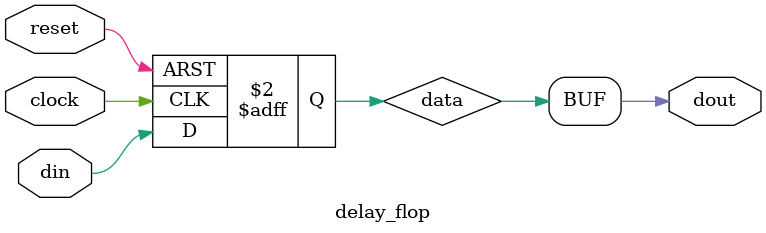
<source format=v>
module delay_flop  
(
 input  clock,
 input  reset,
 input  din,
 output dout
 );

reg data;

always@(posedge clock or posedge reset)
	begin
		if (reset) data <= 1'b0;
		else data <= din;
	end


assign dout = data;

endmodule

</source>
